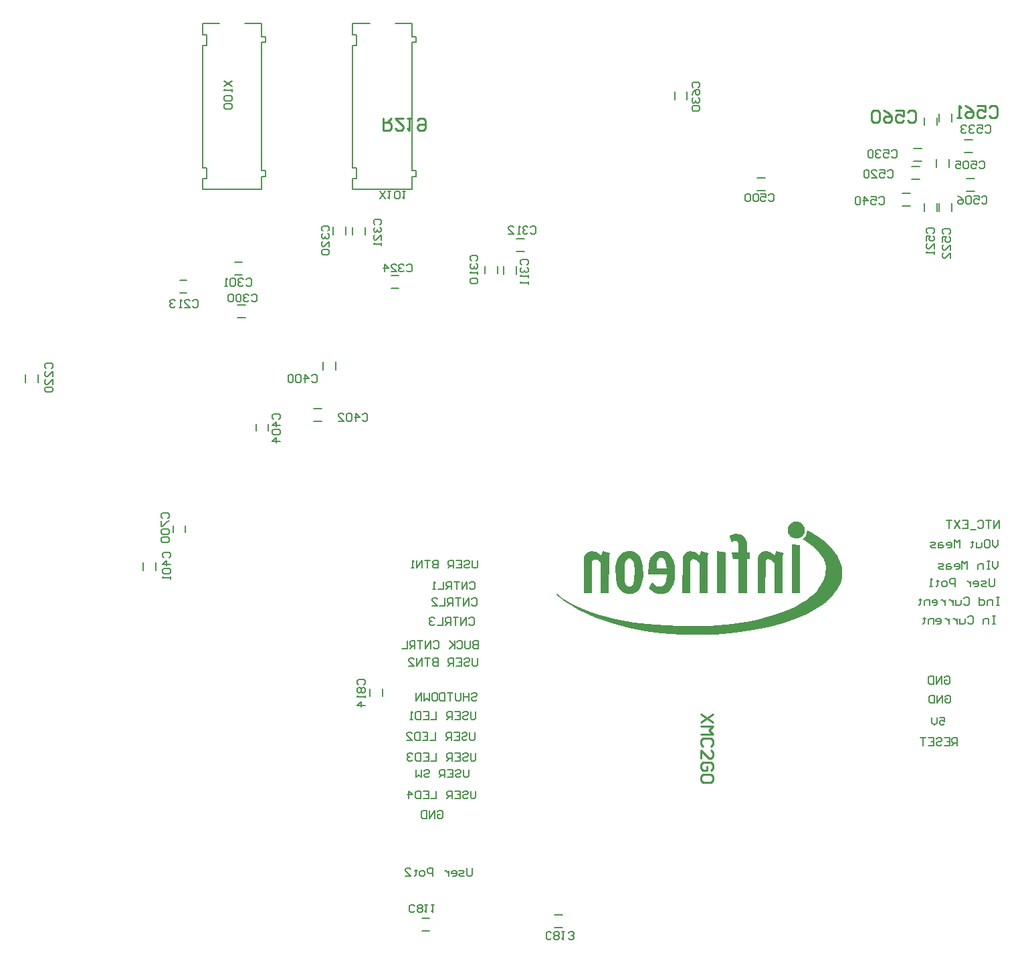
<source format=gbo>
G04*
G04 #@! TF.GenerationSoftware,Altium Limited,Altium Designer,22.2.1 (43)*
G04*
G04 Layer_Color=32896*
%FSLAX25Y25*%
%MOIN*%
G70*
G04*
G04 #@! TF.SameCoordinates,4E49CD7B-458B-4419-AA35-A4D937858E37*
G04*
G04*
G04 #@! TF.FilePolarity,Positive*
G04*
G01*
G75*
%ADD12C,0.00787*%
%ADD13C,0.01000*%
G36*
X391105Y224384D02*
X392325Y223570D01*
X393410Y221808D01*
Y219096D01*
X392867Y218011D01*
X391918Y217062D01*
X390562Y216384D01*
X388664Y216248D01*
X386901Y216927D01*
X386088Y217740D01*
X385274Y219096D01*
X385138Y221266D01*
X385410Y222215D01*
X386088Y223299D01*
X387172Y224113D01*
X388393Y224655D01*
X390291D01*
X391105Y224384D01*
D02*
G37*
G36*
X344189Y209469D02*
X345545Y208927D01*
X345274Y207164D01*
X345138Y189130D01*
X341206D01*
Y204045D01*
X340528Y204859D01*
X339172Y205808D01*
X337816Y205943D01*
X337274Y205672D01*
X336732Y204723D01*
X336596Y189130D01*
X332664D01*
X332799Y206893D01*
X333477Y208384D01*
X334562Y209333D01*
X336189Y209876D01*
X338630Y209604D01*
X339986Y208927D01*
X341342Y207842D01*
X341477Y208655D01*
X341884Y210011D01*
X344189Y209469D01*
D02*
G37*
G36*
X296460Y209062D02*
X296189Y207435D01*
X296054Y189130D01*
X291986D01*
Y204316D01*
X290088Y205808D01*
X288325D01*
X287647Y204859D01*
X287511Y189130D01*
X283579D01*
X283715Y207028D01*
X284257Y208248D01*
X285477Y209333D01*
X287105Y209876D01*
X289545Y209604D01*
X290630Y209062D01*
X292257Y207842D01*
X292799Y210011D01*
X296460Y209062D01*
D02*
G37*
G36*
X383104D02*
X382698Y207028D01*
X382562Y189130D01*
X378630D01*
Y204181D01*
X377952Y204859D01*
X376596Y205808D01*
X375240Y205943D01*
X374698Y205672D01*
X374155Y204723D01*
X374020Y189130D01*
X370088D01*
Y206079D01*
X370494Y207706D01*
X370901Y208384D01*
X371986Y209333D01*
X373613Y209876D01*
X374833D01*
X376460Y209469D01*
X378223Y208384D01*
X378766Y207706D01*
X379308Y210011D01*
X383104Y209062D01*
D02*
G37*
G36*
X324664Y209604D02*
X325749Y208927D01*
X327376Y207028D01*
X328189Y205401D01*
X328867Y202825D01*
Y196045D01*
X328189Y193333D01*
X326698Y190757D01*
X325206Y189537D01*
X323308Y188723D01*
X320189D01*
X318562Y189266D01*
X317071Y190215D01*
X315986Y191299D01*
X316528Y192655D01*
X317477Y194282D01*
X317749D01*
X318291Y193604D01*
X320054Y192520D01*
X322088Y192384D01*
X323037Y192791D01*
X323986Y193740D01*
X324528Y195096D01*
X324799Y198215D01*
X315715D01*
X315986Y203774D01*
X316664Y206215D01*
X317613Y207842D01*
X319240Y209333D01*
X321274Y210011D01*
X322476D01*
Y206543D01*
X321681Y206621D01*
X320867Y206215D01*
X320460Y205672D01*
X320054Y204723D01*
X319782Y201469D01*
X324799D01*
X324393Y204723D01*
X323715Y206079D01*
X323172Y206486D01*
X322488Y206543D01*
Y210011D01*
X323172D01*
X324664Y209604D01*
D02*
G37*
G36*
X391240Y213130D02*
Y189130D01*
X387172D01*
Y213537D01*
X391240Y213130D01*
D02*
G37*
G36*
X361410Y218418D02*
X363037Y217604D01*
X363986Y216384D01*
X364799Y214215D01*
Y209469D01*
X366155D01*
Y205943D01*
X364799D01*
Y189130D01*
X360732D01*
Y205943D01*
X357749D01*
X357071Y209469D01*
X360732D01*
Y213401D01*
X360189Y214621D01*
X359783Y214893D01*
X358291D01*
X357342Y214350D01*
X356664Y215977D01*
X356257Y217604D01*
X356935Y218011D01*
X358833Y218554D01*
X361410Y218418D01*
D02*
G37*
G36*
X354088Y209333D02*
Y189130D01*
X350020D01*
Y209876D01*
X354088Y209333D01*
D02*
G37*
G36*
X308664Y209604D02*
X310155Y208655D01*
X311511Y206893D01*
X312189Y205537D01*
X313003Y202554D01*
X313138Y197266D01*
X312732Y194689D01*
X311918Y192248D01*
X311104Y190893D01*
X309884Y189672D01*
X307986Y188723D01*
X306542Y188647D01*
X305410Y188587D01*
X303783Y188994D01*
X302291Y189943D01*
X300935Y191774D01*
X300393Y192655D01*
X299444Y195910D01*
X299308Y201876D01*
X299579Y203638D01*
X300393Y206079D01*
X301613Y207977D01*
X303240Y209333D01*
X305274Y210011D01*
X307172D01*
X308664Y209604D01*
D02*
G37*
G36*
X396799Y219503D02*
X400732Y217062D01*
X404257Y214350D01*
X407647Y210825D01*
X409816Y207842D01*
X411037Y205537D01*
X412121Y202011D01*
Y196588D01*
X411444Y194147D01*
X409816Y190893D01*
X408732Y189266D01*
X407511Y187774D01*
X405613Y185876D01*
X403511Y184181D01*
X402223Y183164D01*
X400054Y181672D01*
X397071Y179910D01*
X394223Y178418D01*
X389206Y176249D01*
X382969Y174079D01*
X375376Y172045D01*
X367918Y170554D01*
X359240Y169333D01*
X349071Y168520D01*
X331986Y168384D01*
X322359Y169062D01*
X314088Y170147D01*
X306223Y171638D01*
X297410Y173943D01*
X289003Y176927D01*
X285206Y178554D01*
X280867Y180859D01*
X277206Y182893D01*
X273952Y185062D01*
X272325Y186282D01*
X270969Y187367D01*
X270155Y188181D01*
X270020Y188723D01*
X270427Y188587D01*
X272596Y186825D01*
X276799Y184113D01*
X280189Y182350D01*
X285749Y180045D01*
X291986Y178011D01*
X299579Y176113D01*
X308528Y174486D01*
X318833Y173266D01*
X330766Y172588D01*
X336596Y172655D01*
X345907Y172853D01*
X350427Y173130D01*
X357613Y173808D01*
X366426Y175164D01*
X371037Y176113D01*
X374291Y176927D01*
X379037Y178282D01*
X383511Y179910D01*
X386088Y180994D01*
X389206Y182486D01*
X392325Y184248D01*
X394223Y185469D01*
X396528Y187232D01*
X398427Y188859D01*
X399782Y190350D01*
X400732Y191570D01*
X401681Y192927D01*
X402630Y194554D01*
X403308Y196181D01*
X403986Y198486D01*
X404257Y202282D01*
X403850Y204045D01*
X402766Y206486D01*
X401003Y209062D01*
X400189Y210011D01*
X398969Y211232D01*
X397206Y212723D01*
X393545Y215435D01*
X392867Y215706D01*
X392732Y216113D01*
X393274Y216384D01*
X394088Y217604D01*
X394630Y218825D01*
X394901Y220452D01*
X396799Y219503D01*
D02*
G37*
%LPC*%
G36*
X305816Y206350D02*
X305138Y206079D01*
X304460Y205265D01*
X303783Y203367D01*
Y195503D01*
X304325Y193604D01*
X304867Y192791D01*
X305816Y192248D01*
X306494Y192384D01*
X307037D01*
X308121Y193604D01*
X308664Y195231D01*
X308935Y200384D01*
X308528Y204045D01*
X307986Y205401D01*
X307037Y206215D01*
X305816Y206350D01*
D02*
G37*
%LPD*%
D12*
X114570Y473027D02*
X123034D01*
X93507D02*
X101971D01*
X95475Y462003D02*
Y467515D01*
X123034Y466530D02*
X125003D01*
Y463774D02*
Y466530D01*
X123034Y463774D02*
X125003D01*
X123034Y399601D02*
Y463774D01*
Y399601D02*
X125003D01*
Y396845D02*
Y399601D01*
X123034Y396845D02*
X125003D01*
X123034Y390349D02*
Y396845D01*
X93507Y390349D02*
Y395861D01*
X95475D01*
Y400979D01*
X93507D02*
X95475D01*
X93507D02*
Y462003D01*
X95475D01*
X93507Y467515D02*
X95475D01*
X93507D02*
Y473027D01*
X123034Y466530D02*
Y473027D01*
X93507Y390349D02*
X123034D01*
X170310Y461971D02*
Y467483D01*
X197869Y466499D02*
X199838D01*
Y463743D02*
Y466499D01*
X197869Y463743D02*
X199838D01*
X197869Y399570D02*
Y463743D01*
Y399570D02*
X199838D01*
Y396814D02*
Y399570D01*
X197869Y396814D02*
X199838D01*
X197869Y390318D02*
Y396814D01*
X168342Y390318D02*
Y395830D01*
X170310D01*
Y400948D01*
X168342D02*
X170310D01*
X168342D02*
Y461971D01*
X170310D01*
X168342Y467483D02*
X170310D01*
X168342D02*
Y472995D01*
X197869Y466499D02*
Y472995D01*
X168342Y390318D02*
X197869D01*
X168342Y472995D02*
X176806D01*
X189405D02*
X197869D01*
X460680Y379523D02*
Y383459D01*
X466979Y379523D02*
Y383459D01*
X474216Y395664D02*
X478153D01*
X474216Y389365D02*
X478153D01*
X466979Y424011D02*
Y427948D01*
X460680Y424011D02*
Y427948D01*
X82090Y344877D02*
X85633D01*
X82090Y338578D02*
X85633D01*
X5121Y294090D02*
Y298026D01*
X11420Y294090D02*
Y298026D01*
X111024Y326378D02*
X114961D01*
X111024Y332677D02*
X114961D01*
X109452Y347633D02*
X113389D01*
X109452Y353932D02*
X113389D01*
X234255Y348223D02*
Y352160D01*
X240554Y348223D02*
Y352160D01*
X243704Y348026D02*
Y351963D01*
X250003Y348026D02*
Y351963D01*
X250003Y365743D02*
X253940D01*
X250003Y359444D02*
X253940D01*
X158664Y367711D02*
Y371649D01*
X164964Y367711D02*
Y371649D01*
X168113Y367711D02*
Y371255D01*
X174412Y367711D02*
Y371255D01*
X187598Y347244D02*
X191142D01*
X187598Y340945D02*
X191142D01*
X153546Y300389D02*
Y304326D01*
X159845Y300389D02*
Y304326D01*
X70082Y200507D02*
Y204444D01*
X63782Y200507D02*
Y204444D01*
X148822Y274798D02*
X152759D01*
X148822Y281097D02*
X152759D01*
X120082Y269877D02*
Y273420D01*
X126381Y269877D02*
Y273420D01*
X369885Y396058D02*
X373822D01*
X369885Y389759D02*
X373822D01*
X459105Y401373D02*
Y405310D01*
X465405Y401373D02*
Y405310D01*
X446901Y401767D02*
X450838D01*
X446901Y395467D02*
X450838D01*
X453200Y379326D02*
Y383263D01*
X459499Y379326D02*
Y383263D01*
X447885Y404523D02*
X451822D01*
X447885Y410822D02*
X451822D01*
X473279Y415153D02*
X477215D01*
X473279Y408853D02*
X477215D01*
X442176Y382082D02*
X446113D01*
X442176Y388381D02*
X446113D01*
X335042Y435034D02*
Y438971D01*
X328743Y435034D02*
Y438971D01*
X78743Y219328D02*
Y222871D01*
X85042Y219328D02*
Y222871D01*
X202756Y27165D02*
X206693D01*
X202756Y20866D02*
X206693D01*
X268898Y28740D02*
X272835D01*
X268898Y22441D02*
X272835D01*
X176772Y137598D02*
Y141535D01*
X183071Y137598D02*
Y141535D01*
X453200Y422239D02*
Y426176D01*
X459499Y422239D02*
Y426176D01*
X229704Y90525D02*
Y87245D01*
X229048Y86589D01*
X227736D01*
X227080Y87245D01*
Y90525D01*
X223144Y89869D02*
X223800Y90525D01*
X225112D01*
X225768Y89869D01*
Y89213D01*
X225112Y88557D01*
X223800D01*
X223144Y87901D01*
Y87245D01*
X223800Y86589D01*
X225112D01*
X225768Y87245D01*
X219209Y90525D02*
X221832D01*
Y86589D01*
X219209D01*
X221832Y88557D02*
X220521D01*
X217897Y86589D02*
Y90525D01*
X215929D01*
X215273Y89869D01*
Y88557D01*
X215929Y87901D01*
X217897D01*
X216585D02*
X215273Y86589D01*
X210025Y90525D02*
Y86589D01*
X207401D01*
X203466Y90525D02*
X206090D01*
Y86589D01*
X203466D01*
X206090Y88557D02*
X204778D01*
X202154Y90525D02*
Y86589D01*
X200186D01*
X199530Y87245D01*
Y89869D01*
X200186Y90525D01*
X202154D01*
X196250Y86589D02*
Y90525D01*
X198218Y88557D01*
X195594D01*
X226687Y194200D02*
X227342Y194856D01*
X228654D01*
X229310Y194200D01*
Y191576D01*
X228654Y190920D01*
X227342D01*
X226687Y191576D01*
X225375Y190920D02*
Y194856D01*
X222751Y190920D01*
Y194856D01*
X221439D02*
X218815D01*
X220127D01*
Y190920D01*
X217503D02*
Y194856D01*
X215535D01*
X214879Y194200D01*
Y192888D01*
X215535Y192232D01*
X217503D01*
X216191D02*
X214879Y190920D01*
X213567Y194856D02*
Y190920D01*
X210944D01*
X209632D02*
X208320D01*
X208976D01*
Y194856D01*
X209632Y194200D01*
X489767Y215686D02*
Y213063D01*
X488455Y211751D01*
X487143Y213063D01*
Y215686D01*
X483863D02*
X485175D01*
X485831Y215030D01*
Y212407D01*
X485175Y211751D01*
X483863D01*
X483207Y212407D01*
Y215030D01*
X483863Y215686D01*
X481895Y214374D02*
Y212407D01*
X481239Y211751D01*
X479271D01*
Y214374D01*
X477304Y215030D02*
Y214374D01*
X477959D01*
X476648D01*
X477304D01*
Y212407D01*
X476648Y211751D01*
X470744D02*
Y215686D01*
X469432Y214374D01*
X468120Y215686D01*
Y211751D01*
X464840D02*
X466152D01*
X466808Y212407D01*
Y213719D01*
X466152Y214374D01*
X464840D01*
X464184Y213719D01*
Y213063D01*
X466808D01*
X462217Y214374D02*
X460905D01*
X460249Y213719D01*
Y211751D01*
X462217D01*
X462873Y212407D01*
X462217Y213063D01*
X460249D01*
X458937Y211751D02*
X456969D01*
X456313Y212407D01*
X456969Y213063D01*
X458281D01*
X458937Y213719D01*
X458281Y214374D01*
X456313D01*
X230491Y156667D02*
Y153387D01*
X229835Y152731D01*
X228523D01*
X227868Y153387D01*
Y156667D01*
X223932Y156011D02*
X224588Y156667D01*
X225900D01*
X226556Y156011D01*
Y155355D01*
X225900Y154699D01*
X224588D01*
X223932Y154043D01*
Y153387D01*
X224588Y152731D01*
X225900D01*
X226556Y153387D01*
X219996Y156667D02*
X222620D01*
Y152731D01*
X219996D01*
X222620Y154699D02*
X221308D01*
X218684Y152731D02*
Y156667D01*
X216716D01*
X216060Y156011D01*
Y154699D01*
X216716Y154043D01*
X218684D01*
X217372D02*
X216060Y152731D01*
X210813Y156667D02*
Y152731D01*
X208845D01*
X208189Y153387D01*
Y154043D01*
X208845Y154699D01*
X210813D01*
X208845D01*
X208189Y155355D01*
Y156011D01*
X208845Y156667D01*
X210813D01*
X206877D02*
X204253D01*
X205565D01*
Y152731D01*
X202941D02*
Y156667D01*
X200317Y152731D01*
Y156667D01*
X196382Y152731D02*
X199005D01*
X196382Y155355D01*
Y156011D01*
X197038Y156667D01*
X198349D01*
X199005Y156011D01*
X230491Y205486D02*
Y202206D01*
X229835Y201550D01*
X228523D01*
X227868Y202206D01*
Y205486D01*
X223932Y204830D02*
X224588Y205486D01*
X225900D01*
X226556Y204830D01*
Y204174D01*
X225900Y203518D01*
X224588D01*
X223932Y202862D01*
Y202206D01*
X224588Y201550D01*
X225900D01*
X226556Y202206D01*
X219996Y205486D02*
X222620D01*
Y201550D01*
X219996D01*
X222620Y203518D02*
X221308D01*
X218684Y201550D02*
Y205486D01*
X216716D01*
X216060Y204830D01*
Y203518D01*
X216716Y202862D01*
X218684D01*
X217372D02*
X216060Y201550D01*
X210813Y205486D02*
Y201550D01*
X208845D01*
X208189Y202206D01*
Y202862D01*
X208845Y203518D01*
X210813D01*
X208845D01*
X208189Y204174D01*
Y204830D01*
X208845Y205486D01*
X210813D01*
X206877D02*
X204253D01*
X205565D01*
Y201550D01*
X202941D02*
Y205486D01*
X200317Y201550D01*
Y205486D01*
X199005Y201550D02*
X197694D01*
X198349D01*
Y205486D01*
X199005Y204830D01*
X227474Y138688D02*
X228130Y139344D01*
X229442D01*
X230098Y138688D01*
Y138032D01*
X229442Y137376D01*
X228130D01*
X227474Y136720D01*
Y136064D01*
X228130Y135408D01*
X229442D01*
X230098Y136064D01*
X226162Y139344D02*
Y135408D01*
Y137376D01*
X223538D01*
Y139344D01*
Y135408D01*
X222226Y139344D02*
Y136064D01*
X221570Y135408D01*
X220258D01*
X219602Y136064D01*
Y139344D01*
X218290D02*
X215667D01*
X216979D01*
Y135408D01*
X214355Y139344D02*
Y135408D01*
X212387D01*
X211731Y136064D01*
Y138688D01*
X212387Y139344D01*
X214355D01*
X208451D02*
X209763D01*
X210419Y138688D01*
Y136064D01*
X209763Y135408D01*
X208451D01*
X207795Y136064D01*
Y138688D01*
X208451Y139344D01*
X206483D02*
Y135408D01*
X205171Y136720D01*
X203859Y135408D01*
Y139344D01*
X202548Y135408D02*
Y139344D01*
X199924Y135408D01*
Y139344D01*
X488583Y177558D02*
X487271D01*
X487927D01*
Y173622D01*
X488583D01*
X487271D01*
X485303D02*
Y176246D01*
X483335D01*
X482679Y175590D01*
Y173622D01*
X474808Y176902D02*
X475464Y177558D01*
X476776D01*
X477431Y176902D01*
Y174278D01*
X476776Y173622D01*
X475464D01*
X474808Y174278D01*
X473496Y176246D02*
Y174278D01*
X472840Y173622D01*
X470872D01*
Y176246D01*
X469560D02*
Y173622D01*
Y174934D01*
X468904Y175590D01*
X468248Y176246D01*
X467592D01*
X465624D02*
Y173622D01*
Y174934D01*
X464968Y175590D01*
X464312Y176246D01*
X463656D01*
X459721Y173622D02*
X461032D01*
X461689Y174278D01*
Y175590D01*
X461032Y176246D01*
X459721D01*
X459065Y175590D01*
Y174934D01*
X461689D01*
X457753Y173622D02*
Y176246D01*
X455785D01*
X455129Y175590D01*
Y173622D01*
X453161Y176902D02*
Y176246D01*
X453817D01*
X452505D01*
X453161D01*
Y174278D01*
X452505Y173622D01*
X226293Y176483D02*
X226949Y177139D01*
X228261D01*
X228917Y176483D01*
Y173859D01*
X228261Y173204D01*
X226949D01*
X226293Y173859D01*
X224981Y173204D02*
Y177139D01*
X222357Y173204D01*
Y177139D01*
X221045D02*
X218421D01*
X219733D01*
Y173204D01*
X217109D02*
Y177139D01*
X215142D01*
X214486Y176483D01*
Y175171D01*
X215142Y174515D01*
X217109D01*
X215797D02*
X214486Y173204D01*
X213174Y177139D02*
Y173204D01*
X210550D01*
X209238Y176483D02*
X208582Y177139D01*
X207270D01*
X206614Y176483D01*
Y175827D01*
X207270Y175171D01*
X207926D01*
X207270D01*
X206614Y174515D01*
Y173859D01*
X207270Y173204D01*
X208582D01*
X209238Y173859D01*
X489767Y205110D02*
Y202486D01*
X488455Y201174D01*
X487143Y202486D01*
Y205110D01*
X485831D02*
X484519D01*
X485175D01*
Y201174D01*
X485831D01*
X484519D01*
X482551D02*
Y203798D01*
X480583D01*
X479927Y203142D01*
Y201174D01*
X474680D02*
Y205110D01*
X473368Y203798D01*
X472056Y205110D01*
Y201174D01*
X468776D02*
X470088D01*
X470744Y201830D01*
Y203142D01*
X470088Y203798D01*
X468776D01*
X468120Y203142D01*
Y202486D01*
X470744D01*
X466152Y203798D02*
X464840D01*
X464184Y203142D01*
Y201174D01*
X466152D01*
X466808Y201830D01*
X466152Y202486D01*
X464184D01*
X462873Y201174D02*
X460905D01*
X460249Y201830D01*
X460905Y202486D01*
X462217D01*
X462873Y203142D01*
X462217Y203798D01*
X460249D01*
X490551Y187007D02*
X489239D01*
X489895D01*
Y183071D01*
X490551D01*
X489239D01*
X487271D02*
Y185695D01*
X485303D01*
X484648Y185039D01*
Y183071D01*
X480712Y187007D02*
Y183071D01*
X482680D01*
X483336Y183727D01*
Y185039D01*
X482680Y185695D01*
X480712D01*
X472840Y186351D02*
X473496Y187007D01*
X474808D01*
X475464Y186351D01*
Y183727D01*
X474808Y183071D01*
X473496D01*
X472840Y183727D01*
X471528Y185695D02*
Y183727D01*
X470872Y183071D01*
X468905D01*
Y185695D01*
X467593D02*
Y183071D01*
Y184383D01*
X466937Y185039D01*
X466281Y185695D01*
X465625D01*
X463657D02*
Y183071D01*
Y184383D01*
X463001Y185039D01*
X462345Y185695D01*
X461689D01*
X457753Y183071D02*
X459065D01*
X459721Y183727D01*
Y185039D01*
X459065Y185695D01*
X457753D01*
X457097Y185039D01*
Y184383D01*
X459721D01*
X455786Y183071D02*
Y185695D01*
X453818D01*
X453162Y185039D01*
Y183071D01*
X451194Y186351D02*
Y185695D01*
X451850D01*
X450538D01*
X451194D01*
Y183727D01*
X450538Y183071D01*
X490554Y221517D02*
Y225453D01*
X487930Y221517D01*
Y225453D01*
X486618D02*
X483995D01*
X485307D01*
Y221517D01*
X480059Y224797D02*
X480715Y225453D01*
X482027D01*
X482683Y224797D01*
Y222173D01*
X482027Y221517D01*
X480715D01*
X480059Y222173D01*
X478747Y220861D02*
X476123D01*
X472187Y225453D02*
X474811D01*
Y221517D01*
X472187D01*
X474811Y223485D02*
X473499D01*
X470876Y225453D02*
X468252Y221517D01*
Y225453D02*
X470876Y221517D01*
X466940Y225453D02*
X464316D01*
X465628D01*
Y221517D01*
X488189Y196455D02*
Y193176D01*
X487533Y192520D01*
X486221D01*
X485565Y193176D01*
Y196455D01*
X484253Y192520D02*
X482285D01*
X481629Y193176D01*
X482285Y193832D01*
X483597D01*
X484253Y194488D01*
X483597Y195143D01*
X481629D01*
X478350Y192520D02*
X479662D01*
X480317Y193176D01*
Y194488D01*
X479662Y195143D01*
X478350D01*
X477694Y194488D01*
Y193832D01*
X480317D01*
X476382Y195143D02*
Y192520D01*
Y193832D01*
X475726Y194488D01*
X475070Y195143D01*
X474414D01*
X468510Y192520D02*
Y196455D01*
X466542D01*
X465886Y195800D01*
Y194488D01*
X466542Y193832D01*
X468510D01*
X463919Y192520D02*
X462607D01*
X461951Y193176D01*
Y194488D01*
X462607Y195143D01*
X463919D01*
X464574Y194488D01*
Y193176D01*
X463919Y192520D01*
X459983Y195800D02*
Y195143D01*
X460639D01*
X459327D01*
X459983D01*
Y193176D01*
X459327Y192520D01*
X457359D02*
X456047D01*
X456703D01*
Y196455D01*
X457359Y195800D01*
X229704Y109423D02*
Y106143D01*
X229048Y105487D01*
X227736D01*
X227080Y106143D01*
Y109423D01*
X223144Y108767D02*
X223800Y109423D01*
X225112D01*
X225768Y108767D01*
Y108111D01*
X225112Y107455D01*
X223800D01*
X223144Y106799D01*
Y106143D01*
X223800Y105487D01*
X225112D01*
X225768Y106143D01*
X219209Y109423D02*
X221832D01*
Y105487D01*
X219209D01*
X221832Y107455D02*
X220521D01*
X217897Y105487D02*
Y109423D01*
X215929D01*
X215273Y108767D01*
Y107455D01*
X215929Y106799D01*
X217897D01*
X216585D02*
X215273Y105487D01*
X210025Y109423D02*
Y105487D01*
X207401D01*
X203466Y109423D02*
X206090D01*
Y105487D01*
X203466D01*
X206090Y107455D02*
X204778D01*
X202154Y109423D02*
Y105487D01*
X200186D01*
X199530Y106143D01*
Y108767D01*
X200186Y109423D01*
X202154D01*
X198218Y108767D02*
X197562Y109423D01*
X196250D01*
X195594Y108767D01*
Y108111D01*
X196250Y107455D01*
X196906D01*
X196250D01*
X195594Y106799D01*
Y106143D01*
X196250Y105487D01*
X197562D01*
X198218Y106143D01*
X463518Y137532D02*
X464174Y138188D01*
X465486D01*
X466142Y137532D01*
Y134908D01*
X465486Y134252D01*
X464174D01*
X463518Y134908D01*
Y136220D01*
X464830D01*
X462206Y134252D02*
Y138188D01*
X459582Y134252D01*
Y138188D01*
X458270D02*
Y134252D01*
X456302D01*
X455646Y134908D01*
Y137532D01*
X456302Y138188D01*
X458270D01*
X229310Y119659D02*
Y116379D01*
X228654Y115723D01*
X227342D01*
X226687Y116379D01*
Y119659D01*
X222751Y119003D02*
X223407Y119659D01*
X224719D01*
X225375Y119003D01*
Y118347D01*
X224719Y117691D01*
X223407D01*
X222751Y117035D01*
Y116379D01*
X223407Y115723D01*
X224719D01*
X225375Y116379D01*
X218815Y119659D02*
X221439D01*
Y115723D01*
X218815D01*
X221439Y117691D02*
X220127D01*
X217503Y115723D02*
Y119659D01*
X215535D01*
X214879Y119003D01*
Y117691D01*
X215535Y117035D01*
X217503D01*
X216191D02*
X214879Y115723D01*
X209632Y119659D02*
Y115723D01*
X207008D01*
X203072Y119659D02*
X205696D01*
Y115723D01*
X203072D01*
X205696Y117691D02*
X204384D01*
X201760Y119659D02*
Y115723D01*
X199792D01*
X199136Y116379D01*
Y119003D01*
X199792Y119659D01*
X201760D01*
X195201Y115723D02*
X197824D01*
X195201Y118347D01*
Y119003D01*
X195856Y119659D01*
X197168D01*
X197824Y119003D01*
X460762Y127164D02*
X463386D01*
Y125196D01*
X462074Y125852D01*
X461418D01*
X460762Y125196D01*
Y123884D01*
X461418Y123228D01*
X462730D01*
X463386Y123884D01*
X459450Y127164D02*
Y124540D01*
X458138Y123228D01*
X456826Y124540D01*
Y127164D01*
X463124Y146981D02*
X463780Y147636D01*
X465092D01*
X465748Y146981D01*
Y144357D01*
X465092Y143701D01*
X463780D01*
X463124Y144357D01*
Y145669D01*
X464436D01*
X461812Y143701D02*
Y147636D01*
X459189Y143701D01*
Y147636D01*
X457877D02*
Y143701D01*
X455909D01*
X455253Y144357D01*
Y146981D01*
X455909Y147636D01*
X457877D01*
X210545Y80027D02*
X211201Y80682D01*
X212513D01*
X213169Y80027D01*
Y77403D01*
X212513Y76747D01*
X211201D01*
X210545Y77403D01*
Y78715D01*
X211857D01*
X209233Y76747D02*
Y80682D01*
X206609Y76747D01*
Y80682D01*
X205297D02*
Y76747D01*
X203329D01*
X202673Y77403D01*
Y80027D01*
X203329Y80682D01*
X205297D01*
X227953Y51967D02*
Y48687D01*
X227297Y48031D01*
X225985D01*
X225329Y48687D01*
Y51967D01*
X224017Y48031D02*
X222049D01*
X221393Y48687D01*
X222049Y49343D01*
X223361D01*
X224017Y49999D01*
X223361Y50655D01*
X221393D01*
X218113Y48031D02*
X219425D01*
X220081Y48687D01*
Y49999D01*
X219425Y50655D01*
X218113D01*
X217458Y49999D01*
Y49343D01*
X220081D01*
X216145Y50655D02*
Y48031D01*
Y49343D01*
X215490Y49999D01*
X214834Y50655D01*
X214178D01*
X208274Y48031D02*
Y51967D01*
X206306D01*
X205650Y51311D01*
Y49999D01*
X206306Y49343D01*
X208274D01*
X203682Y48031D02*
X202371D01*
X201714Y48687D01*
Y49999D01*
X202371Y50655D01*
X203682D01*
X204338Y49999D01*
Y48687D01*
X203682Y48031D01*
X199747Y51311D02*
Y50655D01*
X200403D01*
X199091D01*
X199747D01*
Y48687D01*
X199091Y48031D01*
X194499D02*
X197123D01*
X194499Y50655D01*
Y51311D01*
X195155Y51967D01*
X196467D01*
X197123Y51311D01*
X469685Y112992D02*
Y116928D01*
X467717D01*
X467061Y116272D01*
Y114960D01*
X467717Y114304D01*
X469685D01*
X468373D02*
X467061Y112992D01*
X463126Y116928D02*
X465749D01*
Y112992D01*
X463126D01*
X465749Y114960D02*
X464437D01*
X459190Y116272D02*
X459846Y116928D01*
X461158D01*
X461814Y116272D01*
Y115616D01*
X461158Y114960D01*
X459846D01*
X459190Y114304D01*
Y113648D01*
X459846Y112992D01*
X461158D01*
X461814Y113648D01*
X455254Y116928D02*
X457878D01*
Y112992D01*
X455254D01*
X457878Y114960D02*
X456566D01*
X453942Y116928D02*
X451318D01*
X452630D01*
Y112992D01*
X226161Y101155D02*
Y97875D01*
X225505Y97219D01*
X224193D01*
X223537Y97875D01*
Y101155D01*
X219601Y100499D02*
X220257Y101155D01*
X221569D01*
X222225Y100499D01*
Y99843D01*
X221569Y99187D01*
X220257D01*
X219601Y98531D01*
Y97875D01*
X220257Y97219D01*
X221569D01*
X222225Y97875D01*
X215665Y101155D02*
X218289D01*
Y97219D01*
X215665D01*
X218289Y99187D02*
X216977D01*
X214353Y97219D02*
Y101155D01*
X212386D01*
X211730Y100499D01*
Y99187D01*
X212386Y98531D01*
X214353D01*
X213042D02*
X211730Y97219D01*
X203858Y100499D02*
X204514Y101155D01*
X205826D01*
X206482Y100499D01*
Y99843D01*
X205826Y99187D01*
X204514D01*
X203858Y98531D01*
Y97875D01*
X204514Y97219D01*
X205826D01*
X206482Y97875D01*
X202546Y101155D02*
Y97219D01*
X201234Y98531D01*
X199922Y97219D01*
Y101155D01*
X230885Y165328D02*
Y161392D01*
X228917D01*
X228261Y162048D01*
Y162704D01*
X228917Y163360D01*
X230885D01*
X228917D01*
X228261Y164016D01*
Y164672D01*
X228917Y165328D01*
X230885D01*
X226949D02*
Y162048D01*
X226293Y161392D01*
X224981D01*
X224325Y162048D01*
Y165328D01*
X220390Y164672D02*
X221046Y165328D01*
X222358D01*
X223014Y164672D01*
Y162048D01*
X222358Y161392D01*
X221046D01*
X220390Y162048D01*
X219078Y165328D02*
Y161392D01*
Y162704D01*
X216454Y165328D01*
X218422Y163360D01*
X216454Y161392D01*
X208583Y164672D02*
X209239Y165328D01*
X210550D01*
X211206Y164672D01*
Y162048D01*
X210550Y161392D01*
X209239D01*
X208583Y162048D01*
X207271Y161392D02*
Y165328D01*
X204647Y161392D01*
Y165328D01*
X203335D02*
X200711D01*
X202023D01*
Y161392D01*
X199399D02*
Y165328D01*
X197431D01*
X196775Y164672D01*
Y163360D01*
X197431Y162704D01*
X199399D01*
X198087D02*
X196775Y161392D01*
X195463Y165328D02*
Y161392D01*
X192840D01*
X229704Y129895D02*
Y126615D01*
X229048Y125959D01*
X227736D01*
X227080Y126615D01*
Y129895D01*
X223144Y129239D02*
X223800Y129895D01*
X225112D01*
X225768Y129239D01*
Y128583D01*
X225112Y127927D01*
X223800D01*
X223144Y127271D01*
Y126615D01*
X223800Y125959D01*
X225112D01*
X225768Y126615D01*
X219209Y129895D02*
X221832D01*
Y125959D01*
X219209D01*
X221832Y127927D02*
X220521D01*
X217897Y125959D02*
Y129895D01*
X215929D01*
X215273Y129239D01*
Y127927D01*
X215929Y127271D01*
X217897D01*
X216585D02*
X215273Y125959D01*
X210025Y129895D02*
Y125959D01*
X207401D01*
X203466Y129895D02*
X206090D01*
Y125959D01*
X203466D01*
X206090Y127927D02*
X204778D01*
X202154Y129895D02*
Y125959D01*
X200186D01*
X199530Y126615D01*
Y129239D01*
X200186Y129895D01*
X202154D01*
X198218Y125959D02*
X196906D01*
X197562D01*
Y129895D01*
X198218Y129239D01*
X227474Y185932D02*
X228130Y186588D01*
X229442D01*
X230098Y185932D01*
Y183308D01*
X229442Y182652D01*
X228130D01*
X227474Y183308D01*
X226162Y182652D02*
Y186588D01*
X223538Y182652D01*
Y186588D01*
X222226D02*
X219602D01*
X220914D01*
Y182652D01*
X218290D02*
Y186588D01*
X216323D01*
X215667Y185932D01*
Y184620D01*
X216323Y183964D01*
X218290D01*
X216979D02*
X215667Y182652D01*
X214355Y186588D02*
Y182652D01*
X211731D01*
X207795D02*
X210419D01*
X207795Y185276D01*
Y185932D01*
X208451Y186588D01*
X209763D01*
X210419Y185932D01*
X104334Y444284D02*
X108270Y441660D01*
X104334D02*
X108270Y444284D01*
Y440348D02*
Y439036D01*
Y439692D01*
X104334D01*
X104990Y440348D01*
Y437069D02*
X104334Y436413D01*
Y435101D01*
X104990Y434445D01*
X107614D01*
X108270Y435101D01*
Y436413D01*
X107614Y437069D01*
X104990D01*
Y433133D02*
X104334Y432477D01*
Y431165D01*
X104990Y430509D01*
X107614D01*
X108270Y431165D01*
Y432477D01*
X107614Y433133D01*
X104990D01*
X181992Y385594D02*
X184616Y389530D01*
Y385594D02*
X181992Y389530D01*
X185928D02*
X187240D01*
X186584D01*
Y385594D01*
X185928Y386250D01*
X189207D02*
X189864Y385594D01*
X191175D01*
X191831Y386250D01*
Y388874D01*
X191175Y389530D01*
X189864D01*
X189207Y388874D01*
Y386250D01*
X193143Y389530D02*
X194455D01*
X193799D01*
Y385594D01*
X193143Y386250D01*
X462861Y367977D02*
X462205Y368634D01*
Y369945D01*
X462861Y370601D01*
X465485D01*
X466141Y369945D01*
Y368634D01*
X465485Y367977D01*
X462205Y364042D02*
Y366666D01*
X464173D01*
X463517Y365354D01*
Y364698D01*
X464173Y364042D01*
X465485D01*
X466141Y364698D01*
Y366010D01*
X465485Y366666D01*
X466141Y360106D02*
Y362730D01*
X463517Y360106D01*
X462861D01*
X462205Y360762D01*
Y362074D01*
X462861Y362730D01*
X466141Y356170D02*
Y358794D01*
X463517Y356170D01*
X462861D01*
X462205Y356826D01*
Y358138D01*
X462861Y358794D01*
X481757Y386351D02*
X482413Y387007D01*
X483725D01*
X484381Y386351D01*
Y383728D01*
X483725Y383071D01*
X482413D01*
X481757Y383728D01*
X477821Y387007D02*
X480445D01*
Y385039D01*
X479133Y385695D01*
X478477D01*
X477821Y385039D01*
Y383728D01*
X478477Y383071D01*
X479789D01*
X480445Y383728D01*
X476509Y386351D02*
X475853Y387007D01*
X474542D01*
X473886Y386351D01*
Y383728D01*
X474542Y383071D01*
X475853D01*
X476509Y383728D01*
Y386351D01*
X469950Y387007D02*
X471262Y386351D01*
X472574Y385039D01*
Y383728D01*
X471918Y383071D01*
X470606D01*
X469950Y383728D01*
Y384383D01*
X470606Y385039D01*
X472574D01*
X88519Y334771D02*
X89175Y335427D01*
X90487D01*
X91142Y334771D01*
Y332148D01*
X90487Y331492D01*
X89175D01*
X88519Y332148D01*
X84583Y331492D02*
X87207D01*
X84583Y334116D01*
Y334771D01*
X85239Y335427D01*
X86551D01*
X87207Y334771D01*
X83271Y331492D02*
X81959D01*
X82615D01*
Y335427D01*
X83271Y334771D01*
X79991D02*
X79335Y335427D01*
X78023D01*
X77367Y334771D01*
Y334116D01*
X78023Y333459D01*
X78679D01*
X78023D01*
X77367Y332804D01*
Y332148D01*
X78023Y331492D01*
X79335D01*
X79991Y332148D01*
X15617Y301048D02*
X14961Y301704D01*
Y303016D01*
X15617Y303672D01*
X18241D01*
X18897Y303016D01*
Y301704D01*
X18241Y301048D01*
X18897Y297113D02*
Y299736D01*
X16273Y297113D01*
X15617D01*
X14961Y297769D01*
Y299080D01*
X15617Y299736D01*
X18897Y293177D02*
Y295801D01*
X16273Y293177D01*
X15617D01*
X14961Y293833D01*
Y295145D01*
X15617Y295801D01*
Y291865D02*
X14961Y291209D01*
Y289897D01*
X15617Y289241D01*
X18241D01*
X18897Y289897D01*
Y291209D01*
X18241Y291865D01*
X15617D01*
X117977Y337532D02*
X118633Y338188D01*
X119945D01*
X120601Y337532D01*
Y334909D01*
X119945Y334253D01*
X118633D01*
X117977Y334909D01*
X116666Y337532D02*
X116010Y338188D01*
X114698D01*
X114042Y337532D01*
Y336876D01*
X114698Y336221D01*
X115354D01*
X114698D01*
X114042Y335564D01*
Y334909D01*
X114698Y334253D01*
X116010D01*
X116666Y334909D01*
X112730Y337532D02*
X112074Y338188D01*
X110762D01*
X110106Y337532D01*
Y334909D01*
X110762Y334253D01*
X112074D01*
X112730Y334909D01*
Y337532D01*
X108794D02*
X108138Y338188D01*
X106826D01*
X106170Y337532D01*
Y334909D01*
X106826Y334253D01*
X108138D01*
X108794Y334909D01*
Y337532D01*
X115159Y345401D02*
X115815Y346057D01*
X117127D01*
X117783Y345401D01*
Y342778D01*
X117127Y342122D01*
X115815D01*
X115159Y342778D01*
X113847Y345401D02*
X113191Y346057D01*
X111879D01*
X111223Y345401D01*
Y344745D01*
X111879Y344090D01*
X112535D01*
X111879D01*
X111223Y343433D01*
Y342778D01*
X111879Y342122D01*
X113191D01*
X113847Y342778D01*
X109912Y345401D02*
X109256Y346057D01*
X107944D01*
X107288Y345401D01*
Y342778D01*
X107944Y342122D01*
X109256D01*
X109912Y342778D01*
Y345401D01*
X105976Y342122D02*
X104664D01*
X105320D01*
Y346057D01*
X105976Y345401D01*
X227428Y354657D02*
X226772Y355313D01*
Y356625D01*
X227428Y357281D01*
X230052D01*
X230708Y356625D01*
Y355313D01*
X230052Y354657D01*
X227428Y353345D02*
X226772Y352690D01*
Y351378D01*
X227428Y350722D01*
X228084D01*
X228740Y351378D01*
Y352034D01*
Y351378D01*
X229396Y350722D01*
X230052D01*
X230708Y351378D01*
Y352690D01*
X230052Y353345D01*
X230708Y349410D02*
Y348098D01*
Y348754D01*
X226772D01*
X227428Y349410D01*
Y346130D02*
X226772Y345474D01*
Y344162D01*
X227428Y343506D01*
X230052D01*
X230708Y344162D01*
Y345474D01*
X230052Y346130D01*
X227428D01*
X252625Y352820D02*
X251969Y353476D01*
Y354788D01*
X252625Y355444D01*
X255249D01*
X255905Y354788D01*
Y353476D01*
X255249Y352820D01*
X252625Y351508D02*
X251969Y350852D01*
Y349541D01*
X252625Y348885D01*
X253281D01*
X253937Y349541D01*
Y350197D01*
Y349541D01*
X254593Y348885D01*
X255249D01*
X255905Y349541D01*
Y350852D01*
X255249Y351508D01*
X255905Y347573D02*
Y346261D01*
Y346917D01*
X251969D01*
X252625Y347573D01*
X255905Y344293D02*
Y342981D01*
Y343637D01*
X251969D01*
X252625Y344293D01*
X257020Y371391D02*
X257676Y372047D01*
X258987D01*
X259643Y371391D01*
Y368767D01*
X258987Y368111D01*
X257676D01*
X257020Y368767D01*
X255708Y371391D02*
X255052Y372047D01*
X253740D01*
X253084Y371391D01*
Y370735D01*
X253740Y370079D01*
X254396D01*
X253740D01*
X253084Y369423D01*
Y368767D01*
X253740Y368111D01*
X255052D01*
X255708Y368767D01*
X251772Y368111D02*
X250460D01*
X251116D01*
Y372047D01*
X251772Y371391D01*
X245868Y368111D02*
X248492D01*
X245868Y370735D01*
Y371391D01*
X246524Y372047D01*
X247836D01*
X248492Y371391D01*
X153412Y369552D02*
X152757Y370208D01*
Y371520D01*
X153412Y372176D01*
X156036D01*
X156692Y371520D01*
Y370208D01*
X156036Y369552D01*
X153412Y368240D02*
X152757Y367584D01*
Y366273D01*
X153412Y365617D01*
X154069D01*
X154724Y366273D01*
Y366929D01*
Y366273D01*
X155380Y365617D01*
X156036D01*
X156692Y366273D01*
Y367584D01*
X156036Y368240D01*
X156692Y361681D02*
Y364305D01*
X154069Y361681D01*
X153412D01*
X152757Y362337D01*
Y363649D01*
X153412Y364305D01*
Y360369D02*
X152757Y359713D01*
Y358401D01*
X153412Y357745D01*
X156036D01*
X156692Y358401D01*
Y359713D01*
X156036Y360369D01*
X153412D01*
X179397Y372833D02*
X178741Y373489D01*
Y374801D01*
X179397Y375457D01*
X182021D01*
X182676Y374801D01*
Y373489D01*
X182021Y372833D01*
X179397Y371521D02*
X178741Y370866D01*
Y369554D01*
X179397Y368898D01*
X180053D01*
X180709Y369554D01*
Y370210D01*
Y369554D01*
X181365Y368898D01*
X182021D01*
X182676Y369554D01*
Y370866D01*
X182021Y371521D01*
X182676Y364962D02*
Y367586D01*
X180053Y364962D01*
X179397D01*
X178741Y365618D01*
Y366930D01*
X179397Y367586D01*
X182676Y363650D02*
Y362338D01*
Y362994D01*
X178741D01*
X179397Y363650D01*
X195337Y352498D02*
X195993Y353154D01*
X197305D01*
X197961Y352498D01*
Y349874D01*
X197305Y349218D01*
X195993D01*
X195337Y349874D01*
X194025Y352498D02*
X193369Y353154D01*
X192057D01*
X191401Y352498D01*
Y351842D01*
X192057Y351186D01*
X192713D01*
X192057D01*
X191401Y350530D01*
Y349874D01*
X192057Y349218D01*
X193369D01*
X194025Y349874D01*
X187465Y349218D02*
X190089D01*
X187465Y351842D01*
Y352498D01*
X188121Y353154D01*
X189433D01*
X190089Y352498D01*
X184186Y349218D02*
Y353154D01*
X186153Y351186D01*
X183530D01*
X147899Y297375D02*
X148555Y298031D01*
X149867D01*
X150523Y297375D01*
Y294751D01*
X149867Y294095D01*
X148555D01*
X147899Y294751D01*
X144619Y294095D02*
Y298031D01*
X146587Y296063D01*
X143963D01*
X142651Y297375D02*
X141995Y298031D01*
X140683D01*
X140027Y297375D01*
Y294751D01*
X140683Y294095D01*
X141995D01*
X142651Y294751D01*
Y297375D01*
X138715D02*
X138059Y298031D01*
X136748D01*
X136092Y297375D01*
Y294751D01*
X136748Y294095D01*
X138059D01*
X138715Y294751D01*
Y297375D01*
X74282Y206687D02*
X73626Y207343D01*
Y208654D01*
X74282Y209310D01*
X76905D01*
X77561Y208654D01*
Y207343D01*
X76905Y206687D01*
X77561Y203407D02*
X73626D01*
X75594Y205375D01*
Y202751D01*
X74282Y201439D02*
X73626Y200783D01*
Y199471D01*
X74282Y198815D01*
X76905D01*
X77561Y199471D01*
Y200783D01*
X76905Y201439D01*
X74282D01*
X77561Y197503D02*
Y196191D01*
Y196847D01*
X73626D01*
X74282Y197503D01*
X173096Y278084D02*
X173752Y278740D01*
X175064D01*
X175719Y278084D01*
Y275460D01*
X175064Y274804D01*
X173752D01*
X173096Y275460D01*
X169816Y274804D02*
Y278740D01*
X171784Y276772D01*
X169160D01*
X167848Y278084D02*
X167192Y278740D01*
X165880D01*
X165224Y278084D01*
Y275460D01*
X165880Y274804D01*
X167192D01*
X167848Y275460D01*
Y278084D01*
X161288Y274804D02*
X163912D01*
X161288Y277428D01*
Y278084D01*
X161944Y278740D01*
X163256D01*
X163912Y278084D01*
X129006Y275847D02*
X128350Y276502D01*
Y277814D01*
X129006Y278470D01*
X131630D01*
X132286Y277814D01*
Y276502D01*
X131630Y275847D01*
X132286Y272567D02*
X128350D01*
X130318Y274535D01*
Y271911D01*
X129006Y270599D02*
X128350Y269943D01*
Y268631D01*
X129006Y267975D01*
X131630D01*
X132286Y268631D01*
Y269943D01*
X131630Y270599D01*
X129006D01*
X132286Y264695D02*
X128350D01*
X130318Y266663D01*
Y264039D01*
X375658Y387527D02*
X376314Y388183D01*
X377625D01*
X378281Y387527D01*
Y384904D01*
X377625Y384248D01*
X376314D01*
X375658Y384904D01*
X371722Y388183D02*
X374346D01*
Y386215D01*
X373034Y386871D01*
X372378D01*
X371722Y386215D01*
Y384904D01*
X372378Y384248D01*
X373690D01*
X374346Y384904D01*
X370410Y387527D02*
X369754Y388183D01*
X368442D01*
X367786Y387527D01*
Y384904D01*
X368442Y384248D01*
X369754D01*
X370410Y384904D01*
Y387527D01*
X366474D02*
X365818Y388183D01*
X364506D01*
X363850Y387527D01*
Y384904D01*
X364506Y384248D01*
X365818D01*
X366474Y384904D01*
Y387527D01*
X480579Y403837D02*
X481235Y404494D01*
X482547D01*
X483203Y403837D01*
Y401214D01*
X482547Y400558D01*
X481235D01*
X480579Y401214D01*
X476643Y404494D02*
X479267D01*
Y402526D01*
X477955Y403182D01*
X477299D01*
X476643Y402526D01*
Y401214D01*
X477299Y400558D01*
X478611D01*
X479267Y401214D01*
X475331Y403837D02*
X474675Y404494D01*
X473363D01*
X472707Y403837D01*
Y401214D01*
X473363Y400558D01*
X474675D01*
X475331Y401214D01*
Y403837D01*
X468772Y404494D02*
X471395D01*
Y402526D01*
X470084Y403182D01*
X469428D01*
X468772Y402526D01*
Y401214D01*
X469428Y400558D01*
X470740D01*
X471395Y401214D01*
X434907Y399343D02*
X435563Y399999D01*
X436874D01*
X437531Y399343D01*
Y396720D01*
X436874Y396064D01*
X435563D01*
X434907Y396720D01*
X430971Y399999D02*
X433595D01*
Y398031D01*
X432283Y398687D01*
X431627D01*
X430971Y398031D01*
Y396720D01*
X431627Y396064D01*
X432939D01*
X433595Y396720D01*
X427035Y396064D02*
X429659D01*
X427035Y398687D01*
Y399343D01*
X427691Y399999D01*
X429003D01*
X429659Y399343D01*
X425723D02*
X425067Y399999D01*
X423755D01*
X423099Y399343D01*
Y396720D01*
X423755Y396064D01*
X425067D01*
X425723Y396720D01*
Y399343D01*
X454987Y368503D02*
X454331Y369159D01*
Y370470D01*
X454987Y371127D01*
X457611D01*
X458267Y370470D01*
Y369159D01*
X457611Y368503D01*
X454331Y364567D02*
Y367191D01*
X456299D01*
X455643Y365879D01*
Y365223D01*
X456299Y364567D01*
X457611D01*
X458267Y365223D01*
Y366535D01*
X457611Y367191D01*
X458267Y360631D02*
Y363255D01*
X455643Y360631D01*
X454987D01*
X454331Y361287D01*
Y362599D01*
X454987Y363255D01*
X458267Y359319D02*
Y358007D01*
Y358663D01*
X454331D01*
X454987Y359319D01*
X436913Y409378D02*
X437569Y410034D01*
X438881D01*
X439537Y409378D01*
Y406754D01*
X438881Y406098D01*
X437569D01*
X436913Y406754D01*
X432977Y410034D02*
X435601D01*
Y408066D01*
X434289Y408722D01*
X433633D01*
X432977Y408066D01*
Y406754D01*
X433633Y406098D01*
X434945D01*
X435601Y406754D01*
X431665Y409378D02*
X431009Y410034D01*
X429697D01*
X429041Y409378D01*
Y408722D01*
X429697Y408066D01*
X430353D01*
X429697D01*
X429041Y407410D01*
Y406754D01*
X429697Y406098D01*
X431009D01*
X431665Y406754D01*
X427729Y409378D02*
X427073Y410034D01*
X425761D01*
X425105Y409378D01*
Y406754D01*
X425761Y406098D01*
X427073D01*
X427729Y406754D01*
Y409378D01*
X483532Y421779D02*
X484188Y422435D01*
X485499D01*
X486156Y421779D01*
Y419156D01*
X485499Y418500D01*
X484188D01*
X483532Y419156D01*
X479596Y422435D02*
X482220D01*
Y420467D01*
X480908Y421123D01*
X480252D01*
X479596Y420467D01*
Y419156D01*
X480252Y418500D01*
X481564D01*
X482220Y419156D01*
X478284Y421779D02*
X477628Y422435D01*
X476316D01*
X475660Y421779D01*
Y421123D01*
X476316Y420467D01*
X476972D01*
X476316D01*
X475660Y419811D01*
Y419156D01*
X476316Y418500D01*
X477628D01*
X478284Y419156D01*
X474348Y421779D02*
X473692Y422435D01*
X472380D01*
X471724Y421779D01*
Y421123D01*
X472380Y420467D01*
X473036D01*
X472380D01*
X471724Y419811D01*
Y419156D01*
X472380Y418500D01*
X473692D01*
X474348Y419156D01*
X430576Y385958D02*
X431232Y386613D01*
X432544D01*
X433200Y385958D01*
Y383334D01*
X432544Y382678D01*
X431232D01*
X430576Y383334D01*
X426640Y386613D02*
X429264D01*
Y384646D01*
X427952Y385302D01*
X427296D01*
X426640Y384646D01*
Y383334D01*
X427296Y382678D01*
X428608D01*
X429264Y383334D01*
X423360Y382678D02*
Y386613D01*
X425328Y384646D01*
X422705D01*
X421393Y385958D02*
X420737Y386613D01*
X419425D01*
X418769Y385958D01*
Y383334D01*
X419425Y382678D01*
X420737D01*
X421393Y383334D01*
Y385958D01*
X338061Y441201D02*
X337405Y441857D01*
Y443169D01*
X338061Y443825D01*
X340685D01*
X341341Y443169D01*
Y441857D01*
X340685Y441201D01*
X337405Y437265D02*
X338061Y438577D01*
X339373Y439889D01*
X340685D01*
X341341Y439233D01*
Y437921D01*
X340685Y437265D01*
X340029D01*
X339373Y437921D01*
Y439889D01*
X338061Y435953D02*
X337405Y435297D01*
Y433985D01*
X338061Y433329D01*
X338717D01*
X339373Y433985D01*
Y434641D01*
Y433985D01*
X340029Y433329D01*
X340685D01*
X341341Y433985D01*
Y435297D01*
X340685Y435953D01*
X338061Y432018D02*
X337405Y431361D01*
Y430050D01*
X338061Y429394D01*
X340685D01*
X341341Y430050D01*
Y431361D01*
X340685Y432018D01*
X338061D01*
X73494Y226282D02*
X72838Y226938D01*
Y228250D01*
X73494Y228906D01*
X76118D01*
X76774Y228250D01*
Y226938D01*
X76118Y226282D01*
X72838Y224970D02*
Y222346D01*
X73494D01*
X76118Y224970D01*
X76774D01*
X73494Y221034D02*
X72838Y220378D01*
Y219067D01*
X73494Y218410D01*
X76118D01*
X76774Y219067D01*
Y220378D01*
X76118Y221034D01*
X73494D01*
Y217099D02*
X72838Y216443D01*
Y215131D01*
X73494Y214475D01*
X76118D01*
X76774Y215131D01*
Y216443D01*
X76118Y217099D01*
X73494D01*
X199148Y30578D02*
X198492Y29922D01*
X197180D01*
X196524Y30578D01*
Y33202D01*
X197180Y33858D01*
X198492D01*
X199148Y33202D01*
X200460Y30578D02*
X201116Y29922D01*
X202428D01*
X203084Y30578D01*
Y31234D01*
X202428Y31890D01*
X203084Y32546D01*
Y33202D01*
X202428Y33858D01*
X201116D01*
X200460Y33202D01*
Y32546D01*
X201116Y31890D01*
X200460Y31234D01*
Y30578D01*
X201116Y31890D02*
X202428D01*
X204396Y33858D02*
X205708D01*
X205052D01*
Y29922D01*
X204396Y30578D01*
X207676Y33858D02*
X208987D01*
X208331D01*
Y29922D01*
X207676Y30578D01*
X267390Y17192D02*
X266734Y16536D01*
X265422D01*
X264766Y17192D01*
Y19816D01*
X265422Y20472D01*
X266734D01*
X267390Y19816D01*
X268702Y17192D02*
X269358Y16536D01*
X270670D01*
X271326Y17192D01*
Y17848D01*
X270670Y18504D01*
X271326Y19160D01*
Y19816D01*
X270670Y20472D01*
X269358D01*
X268702Y19816D01*
Y19160D01*
X269358Y18504D01*
X268702Y17848D01*
Y17192D01*
X269358Y18504D02*
X270670D01*
X272638Y20472D02*
X273949D01*
X273293D01*
Y16536D01*
X272638Y17192D01*
X275917D02*
X276573Y16536D01*
X277885D01*
X278541Y17192D01*
Y17848D01*
X277885Y18504D01*
X277229D01*
X277885D01*
X278541Y19160D01*
Y19816D01*
X277885Y20472D01*
X276573D01*
X275917Y19816D01*
X171129Y143437D02*
X170473Y144093D01*
Y145405D01*
X171129Y146061D01*
X173753D01*
X174409Y145405D01*
Y144093D01*
X173753Y143437D01*
X171129Y142125D02*
X170473Y141469D01*
Y140157D01*
X171129Y139501D01*
X171785D01*
X172441Y140157D01*
X173097Y139501D01*
X173753D01*
X174409Y140157D01*
Y141469D01*
X173753Y142125D01*
X173097D01*
X172441Y141469D01*
X171785Y142125D01*
X171129D01*
X172441Y141469D02*
Y140157D01*
X174409Y138189D02*
Y136877D01*
Y137533D01*
X170473D01*
X171129Y138189D01*
X174409Y132942D02*
X170473D01*
X172441Y134909D01*
Y132286D01*
D13*
X183598Y425834D02*
Y419836D01*
X186597D01*
X187597Y420835D01*
Y422835D01*
X186597Y423834D01*
X183598D01*
X185597D02*
X187597Y425834D01*
X193595D02*
X189596D01*
X193595Y421835D01*
Y420835D01*
X192595Y419836D01*
X190596D01*
X189596Y420835D01*
X195594Y425834D02*
X197593D01*
X196594D01*
Y419836D01*
X195594Y420835D01*
X200592Y424834D02*
X201592Y425834D01*
X203591D01*
X204591Y424834D01*
Y420835D01*
X203591Y419836D01*
X201592D01*
X200592Y420835D01*
Y421835D01*
X201592Y422835D01*
X204591D01*
X347961Y128688D02*
X341963Y124689D01*
X347961D02*
X341963Y128688D01*
Y122690D02*
X347961D01*
X345961Y120691D01*
X347961Y118692D01*
X341963D01*
X346961Y112693D02*
X347961Y113693D01*
Y115692D01*
X346961Y116692D01*
X342962D01*
X341963Y115692D01*
Y113693D01*
X342962Y112693D01*
X341963Y106695D02*
Y110694D01*
X345961Y106695D01*
X346961D01*
X347961Y107695D01*
Y109694D01*
X346961Y110694D01*
Y100697D02*
X347961Y101697D01*
Y103696D01*
X346961Y104696D01*
X342962D01*
X341963Y103696D01*
Y101697D01*
X342962Y100697D01*
X344962D01*
Y102697D01*
X347961Y95699D02*
Y97698D01*
X346961Y98698D01*
X342962D01*
X341963Y97698D01*
Y95699D01*
X342962Y94699D01*
X346961D01*
X347961Y95699D01*
X485526Y431133D02*
X486525Y432133D01*
X488525D01*
X489524Y431133D01*
Y427135D01*
X488525Y426135D01*
X486525D01*
X485526Y427135D01*
X479528Y432133D02*
X483526D01*
Y429134D01*
X481527Y430133D01*
X480527D01*
X479528Y429134D01*
Y427135D01*
X480527Y426135D01*
X482527D01*
X483526Y427135D01*
X473529Y432133D02*
X475529Y431133D01*
X477528Y429134D01*
Y427135D01*
X476529Y426135D01*
X474529D01*
X473529Y427135D01*
Y428134D01*
X474529Y429134D01*
X477528D01*
X471530Y426135D02*
X469531D01*
X470531D01*
Y432133D01*
X471530Y431133D01*
X444793Y428771D02*
X445793Y429771D01*
X447792D01*
X448792Y428771D01*
Y424772D01*
X447792Y423773D01*
X445793D01*
X444793Y424772D01*
X438795Y429771D02*
X442794D01*
Y426772D01*
X440794Y427771D01*
X439795D01*
X438795Y426772D01*
Y424772D01*
X439795Y423773D01*
X441794D01*
X442794Y424772D01*
X432797Y429771D02*
X434796Y428771D01*
X436796Y426772D01*
Y424772D01*
X435796Y423773D01*
X433797D01*
X432797Y424772D01*
Y425772D01*
X433797Y426772D01*
X436796D01*
X430797Y428771D02*
X429798Y429771D01*
X427799D01*
X426799Y428771D01*
Y424772D01*
X427799Y423773D01*
X429798D01*
X430797Y424772D01*
Y428771D01*
M02*

</source>
